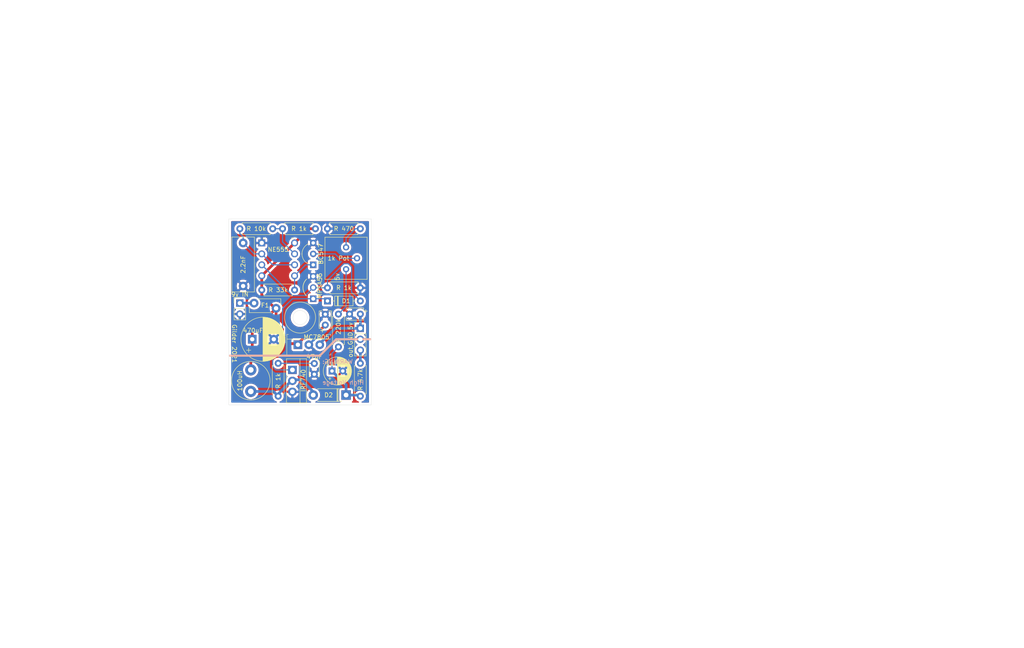
<source format=kicad_pcb>
(kicad_pcb (version 20171130) (host pcbnew "(5.1.0)-1")
  (layers (0 F.Cu signal) (31 B.Cu signal) (34 B.Paste user) (35 F.Paste user) (36 B.SilkS user) (37 F.SilkS user) (38 B.Mask user) (39 F.Mask user) (44 Edge.Cuts user))
  (net 0 "")
  (net 1 GND)
  (net 2 9v)
  (net 3 "Net-(C2-Pad1)")
  (net 4 "Net-(C3-Pad1)")
  (net 5 "Net-(C4-Pad1)")
  (net 6 "Net-(D1-Pad2)")
  (net 7 "Net-(D2-Pad2)")
  (net 8 "Net-(F1-Pad1)")
  (net 9 output)
  (net 10 "Net-(Q1-Pad1)")
  (net 11 "Net-(Q1-Pad2)")
  (net 12 "Net-(R2-Pad2)")
  (net 13 "Net-(R7-Pad1)")
  (net 14 "Net-(R8-Pad1)")
  (net 15 "Net-(D1-Pad1)")
  (net 16 5v)
  (module Package_TO_SOT_THT:TO-220-3_Vertical (layer F.Cu) (at 102.616 112.522 270)
    (fp_text reference IRF740 (at 2.4765 -2.54 270) (layer F.SilkS))
    (fp_text value IRF740)
    (pad 1 thru_hole rect (at 0 0 270) (size 1.905 2) (drill 1.1) (layers *.Cu *.Mask) (net 15 "Net-(D1-Pad1)"))
    (pad 2 thru_hole oval (at 2.54 0 270) (size 1.905 2) (drill 1.1) (layers *.Cu *.Mask) (net 7 "Net-(D2-Pad2)"))
    (pad 3 thru_hole oval (at 5.08 0 270) (size 1.905 2) (drill 1.1) (layers *.Cu *.Mask) (net 1 GND))
  )
  (module Capacitor_THT:CP_Radial_D10.0mm_P5.00mm (layer F.Cu) (at 93.298 105.41)
    (fp_text reference 470uF (at 0.174 -2.032) (layer F.SilkS))
    (fp_text value 470u)
    (pad 2 thru_hole circle (at 5 0) (size 2 2) (drill 1) (layers *.Cu *.Mask) (net 1 GND))
    (pad 1 thru_hole rect (at 0 0) (size 2 2) (drill 1) (layers *.Cu *.Mask) (net 2 9v))
  )
  (module Capacitor_THT:CP_Radial_D6.3mm_P2.50mm (layer F.Cu) (at 111.8 112.776)
    (fp_text reference 1uF (at -0.04 -1.778 180) (layer F.SilkS))
    (fp_text value 1u)
    (pad 2 thru_hole circle (at 2.5 0) (size 1.6 1.6) (drill 0.8) (layers *.Cu *.Mask) (net 1 GND))
    (pad 1 thru_hole rect (at 0 0) (size 1.6 1.6) (drill 0.8) (layers *.Cu *.Mask) (net 5 "Net-(C4-Pad1)"))
  )
  (module Inductor_THT:L_Radial_D8.7mm_P5.00mm_Fastron_07HCP (layer F.Cu) (at 92.964 112.522 270)
    (fp_text reference 100uH (at 2.54 2.54 270) (layer F.SilkS))
    (fp_text value 100u)
    (pad 2 thru_hole circle (at 5 0 270) (size 2.6 2.6) (drill 1.3) (layers *.Cu *.Mask) (net 7 "Net-(D2-Pad2)"))
    (pad 1 thru_hole circle (at 0 0 270) (size 2.6 2.6) (drill 1.3) (layers *.Cu *.Mask) (net 2 9v))
  )
  (module Resistor_THT:R_Axial_DIN0207_L6.3mm_D2.5mm_P7.62mm_Horizontal (layer F.Cu) (at 99.314 118.618 90)
    (fp_text reference "R 1k" (at 3.556 0 90) (layer F.SilkS))
    (fp_text value 1k)
    (pad 2 thru_hole oval (at 7.62 0 90) (size 1.6 1.6) (drill 0.8) (layers *.Cu *.Mask) (net 4 "Net-(C3-Pad1)"))
    (pad 1 thru_hole circle (at 0 0 90) (size 1.6 1.6) (drill 0.8) (layers *.Cu *.Mask) (net 7 "Net-(D2-Pad2)"))
  )
  (module Diode_THT:D_DO-41_SOD81_P7.62mm_Horizontal (layer F.Cu) (at 115.062 118.364 180)
    (fp_text reference D2 (at 4.064 0 180) (layer F.SilkS))
    (fp_text value D)
    (pad 2 thru_hole oval (at 7.62 0 180) (size 2.2 2.2) (drill 1.1) (layers *.Cu *.Mask) (net 7 "Net-(D2-Pad2)"))
    (pad 1 thru_hole rect (at 0 0 180) (size 2.2 2.2) (drill 1.1) (layers *.Cu *.Mask) (net 5 "Net-(C4-Pad1)"))
  )
  (module Resistor_THT:R_Axial_DIN0207_L6.3mm_D2.5mm_P7.62mm_Horizontal (layer F.Cu) (at 118.364 110.998 270)
    (fp_text reference "R 4.7k" (at 3.81 0 270) (layer F.SilkS))
    (fp_text value 4.7k)
    (pad 2 thru_hole oval (at 7.62 0 270) (size 1.6 1.6) (drill 0.8) (layers *.Cu *.Mask) (net 5 "Net-(C4-Pad1)"))
    (pad 1 thru_hole circle (at 0 0 270) (size 1.6 1.6) (drill 0.8) (layers *.Cu *.Mask) (net 9 output))
  )
  (module Resistor_THT:R_Axial_DIN0207_L6.3mm_D2.5mm_P7.62mm_Horizontal (layer F.Cu) (at 113.284 99.568 270)
    (fp_text reference "R 220k" (at 3.81 0 270) (layer F.SilkS))
    (fp_text value 220k)
    (pad 2 thru_hole oval (at 7.62 0 270) (size 1.6 1.6) (drill 0.8) (layers *.Cu *.Mask) (net 5 "Net-(C4-Pad1)"))
    (pad 1 thru_hole circle (at 0 0 270) (size 1.6 1.6) (drill 0.8) (layers *.Cu *.Mask) (net 13 "Net-(R7-Pad1)"))
  )
  (module Connector_PinHeader_2.54mm:PinHeader_1x03_P2.54mm_Vertical (layer F.Cu) (at 118.364 102.87)
    (fp_text reference out,GND, (at -2.286 3.556 270) (layer F.SilkS))
    (fp_text value HEADER_3)
    (pad 3 thru_hole oval (at 0 5.08) (size 1.7 1.7) (drill 1) (layers *.Cu *.Mask) (net 9 output))
    (pad 2 thru_hole oval (at 0 2.54) (size 1.7 1.7) (drill 1) (layers *.Cu *.Mask) (net 1 GND))
    (pad 1 thru_hole rect (at 0 0) (size 1.7 1.7) (drill 1) (layers *.Cu *.Mask) (net 16 5v))
  )
  (module Connector_PinHeader_2.54mm:PinHeader_1x02_P2.54mm_Vertical (layer F.Cu) (at 90.424 97.028)
    (fp_text reference "9v IN" (at 0 -2.032) (layer F.SilkS))
    (fp_text value Barrel_Jack)
    (pad 2 thru_hole oval (at 0 2.54) (size 1.7 1.7) (drill 1) (layers *.Cu *.Mask) (net 1 GND))
    (pad 1 thru_hole rect (at 0 0) (size 1.7 1.7) (drill 1) (layers *.Cu *.Mask) (net 8 "Net-(F1-Pad1)"))
  )
  (module Capacitor_THT:C_Disc_D3.4mm_W2.1mm_P2.50mm (layer F.Cu) (at 107.696 111.038 270)
    (fp_text reference 47pF (at -1.564 0) (layer F.SilkS))
    (fp_text value 47p)
    (pad 2 thru_hole circle (at 2.5 0 270) (size 1.6 1.6) (drill 0.8) (layers *.Cu *.Mask) (net 1 GND))
    (pad 1 thru_hole circle (at 0 0 270) (size 1.6 1.6) (drill 0.8) (layers *.Cu *.Mask) (net 4 "Net-(C3-Pad1)"))
  )
  (module digikey-footprints:TO-220-3 (layer F.Cu) (at 103.886 106.68)
    (fp_text reference MC7805 (at 4.318 -1.778) (layer F.SilkS))
    (fp_text value MC7805CT-BP)
    (pad 3 thru_hole circle (at 5.08 0) (size 2 2) (drill 1) (layers *.Cu *.Mask) (net 16 5v))
    (pad 2 thru_hole circle (at 2.54 0) (size 2 2) (drill 1) (layers *.Cu *.Mask) (net 1 GND))
    (pad 1 thru_hole rect (at 0 0) (size 2 2) (drill 1) (layers *.Cu *.Mask) (net 2 9v))
  )
  (module Capacitor_THT:C_Disc_D3.8mm_W2.6mm_P2.50mm (layer F.Cu) (at 118.364 99.568 180)
    (fp_text reference 5v (at 2.286 -2.794 270) (layer F.SilkS))
    (fp_text value 220nTANT)
    (pad 2 thru_hole circle (at 2.5 0 180) (size 1.6 1.6) (drill 0.8) (layers *.Cu *.Mask) (net 1 GND))
    (pad 1 thru_hole circle (at 0 0 180) (size 1.6 1.6) (drill 0.8) (layers *.Cu *.Mask) (net 16 5v))
  )
  (module Capacitor_THT:C_Disc_D3.8mm_W2.6mm_P2.50mm (layer F.Cu) (at 110.236 102.108 90)
    (fp_text reference + (at -1.27 -0.762 90) (layer F.SilkS))
    (fp_text value 220nTANT)
    (pad 2 thru_hole circle (at 2.5 0 90) (size 1.6 1.6) (drill 0.8) (layers *.Cu *.Mask) (net 1 GND))
    (pad 1 thru_hole circle (at 0 0 90) (size 1.6 1.6) (drill 0.8) (layers *.Cu *.Mask) (net 2 9v))
  )
  (module Diode_THT:D_DO-35_SOD27_P7.62mm_Horizontal (layer F.Cu) (at 110.744 96.52)
    (fp_text reference D1 (at 4.318 0) (layer F.SilkS))
    (fp_text value D_ALT)
    (fp_text user 5v (at 2.286 -5.588 90) (layer F.SilkS))
    (pad 2 thru_hole oval (at 7.62 0) (size 1.6 1.6) (drill 0.8) (layers *.Cu *.Mask) (net 6 "Net-(D1-Pad2)"))
    (pad 1 thru_hole rect (at 0 0) (size 1.6 1.6) (drill 0.8) (layers *.Cu *.Mask) (net 15 "Net-(D1-Pad1)"))
  )
  (module Package_TO_SOT_THT:TO-92_Inline_Wide (layer F.Cu) (at 107.442 88.138 90)
    (fp_text reference BC547 (at 2.54 1.778 90) (layer F.SilkS))
    (fp_text value BC547)
    (pad 1 thru_hole rect (at 0 0 180) (size 1.5 1.5) (drill 0.8) (layers *.Cu *.Mask) (net 10 "Net-(Q1-Pad1)"))
    (pad 3 thru_hole circle (at 5.08 0 180) (size 1.5 1.5) (drill 0.8) (layers *.Cu *.Mask) (net 1 GND))
    (pad 2 thru_hole circle (at 2.54 0 180) (size 1.5 1.5) (drill 0.8) (layers *.Cu *.Mask) (net 11 "Net-(Q1-Pad2)"))
  )
  (module digikey-footprints:DIP-8_W7.62mm (layer F.Cu) (at 95.504 83.058)
    (fp_text reference NE555 (at 3.81 1.524) (layer F.SilkS))
    (fp_text value NE555P)
    (pad 8 thru_hole circle (at 7.62 0) (size 1.6 1.6) (drill 1) (layers *.Cu *.Mask) (net 2 9v))
    (pad 7 thru_hole circle (at 7.62 2.54) (size 1.6 1.6) (drill 1) (layers *.Cu *.Mask) (net 12 "Net-(R2-Pad2)"))
    (pad 6 thru_hole circle (at 7.62 5.08) (size 1.6 1.6) (drill 1) (layers *.Cu *.Mask) (net 3 "Net-(C2-Pad1)"))
    (pad 5 thru_hole circle (at 7.62 7.62) (size 1.6 1.6) (drill 1) (layers *.Cu *.Mask) (net 10 "Net-(Q1-Pad1)"))
    (pad 4 thru_hole circle (at 0 7.62) (size 1.6 1.6) (drill 1) (layers *.Cu *.Mask) (net 2 9v))
    (pad 3 thru_hole circle (at 0 5.08) (size 1.6 1.6) (drill 1) (layers *.Cu *.Mask) (net 6 "Net-(D1-Pad2)"))
    (pad 2 thru_hole circle (at 0 2.54) (size 1.6 1.6) (drill 1) (layers *.Cu *.Mask) (net 3 "Net-(C2-Pad1)"))
    (pad 1 thru_hole rect (at 0 0) (size 1.6 1.6) (drill 1) (layers *.Cu *.Mask) (net 1 GND))
  )
  (module Potentiometer_THT:Potentiometer_Bourns_3386P_Vertical (layer F.Cu) (at 115.062 89.154)
    (fp_text reference "1k Pot" (at -1.778 -2.54) (layer F.SilkS))
    (fp_text value 1k)
    (pad 1 thru_hole circle (at 0 0) (size 1.44 1.44) (drill 0.8) (layers *.Cu *.Mask) (net 13 "Net-(R7-Pad1)"))
    (pad 2 thru_hole circle (at 2.54 -2.54) (size 1.44 1.44) (drill 0.8) (layers *.Cu *.Mask) (net 11 "Net-(Q1-Pad2)"))
    (pad 3 thru_hole circle (at 0 -5.08) (size 1.44 1.44) (drill 0.8) (layers *.Cu *.Mask) (net 14 "Net-(R8-Pad1)"))
  )
  (module Resistor_THT:R_Axial_DIN0207_L6.3mm_D2.5mm_P7.62mm_Horizontal (layer F.Cu) (at 118.364 79.756 180)
    (fp_text reference "R 470" (at 3.81 0 180) (layer F.SilkS))
    (fp_text value 470)
    (pad 2 thru_hole oval (at 7.62 0 180) (size 1.6 1.6) (drill 0.8) (layers *.Cu *.Mask) (net 1 GND))
    (pad 1 thru_hole circle (at 0 0 180) (size 1.6 1.6) (drill 0.8) (layers *.Cu *.Mask) (net 14 "Net-(R8-Pad1)"))
  )
  (module Resistor_THT:R_Axial_DIN0207_L6.3mm_D2.5mm_P7.62mm_Horizontal (layer F.Cu) (at 110.744 93.472)
    (fp_text reference "R 1k" (at 3.81 0) (layer F.SilkS))
    (fp_text value 1k)
    (pad 2 thru_hole oval (at 7.62 0) (size 1.6 1.6) (drill 0.8) (layers *.Cu *.Mask) (net 1 GND))
    (pad 1 thru_hole circle (at 0 0) (size 1.6 1.6) (drill 0.8) (layers *.Cu *.Mask) (net 6 "Net-(D1-Pad2)"))
  )
  (module Resistor_THT:R_Axial_DIN0207_L6.3mm_D2.5mm_P7.62mm_Horizontal (layer F.Cu) (at 100.33 79.756)
    (fp_text reference "R 1k" (at 3.81 0) (layer F.SilkS))
    (fp_text value 1k)
    (pad 2 thru_hole oval (at 7.62 0) (size 1.6 1.6) (drill 0.8) (layers *.Cu *.Mask) (net 2 9v))
    (pad 1 thru_hole circle (at 0 0) (size 1.6 1.6) (drill 0.8) (layers *.Cu *.Mask) (net 12 "Net-(R2-Pad2)"))
  )
  (module Resistor_THT:R_Axial_DIN0207_L6.3mm_D2.5mm_P7.62mm_Horizontal (layer F.Cu) (at 90.424 79.756)
    (fp_text reference "R 10k" (at 3.81 0) (layer F.SilkS))
    (fp_text value 10k)
    (pad 2 thru_hole oval (at 7.62 0) (size 1.6 1.6) (drill 0.8) (layers *.Cu *.Mask) (net 12 "Net-(R2-Pad2)"))
    (pad 1 thru_hole circle (at 0 0) (size 1.6 1.6) (drill 0.8) (layers *.Cu *.Mask) (net 3 "Net-(C2-Pad1)"))
  )
  (module Resistor_THT:R_Axial_DIN0207_L6.3mm_D2.5mm_P7.62mm_Horizontal (layer F.Cu) (at 95.504 93.98)
    (fp_text reference "R 33k" (at 3.81 0) (layer F.SilkS))
    (fp_text value 33k)
    (pad 2 thru_hole oval (at 7.62 0) (size 1.6 1.6) (drill 0.8) (layers *.Cu *.Mask) (net 10 "Net-(Q1-Pad1)"))
    (pad 1 thru_hole circle (at 0 0) (size 1.6 1.6) (drill 0.8) (layers *.Cu *.Mask) (net 2 9v))
  )
  (module digikey-footprints:TO-92-3_Formed_Leads (layer F.Cu) (at 107.442 96.012 90)
    (fp_text reference MPSA56 (at 3.048 1.524 90) (layer F.SilkS))
    (fp_text value MPSA56-AP)
    (pad 1 thru_hole rect (at 0 0 270) (size 1.5 1.5) (drill 0.9) (layers *.Cu *.Mask) (net 15 "Net-(D1-Pad1)"))
    (pad 3 thru_hole circle (at 5.2 0 270) (size 1.5 1.5) (drill 0.9) (layers *.Cu *.Mask) (net 1 GND))
    (pad 2 thru_hole circle (at 2.6 0 270) (size 1.5 1.5) (drill 0.9) (layers *.Cu *.Mask) (net 6 "Net-(D1-Pad2)"))
  )
  (module Fuse:Fuse_Bourns_MF-RG300 (layer F.Cu) (at 93.726 97.028)
    (fp_text reference F1 (at 2.54 0.508) (layer F.SilkS))
    (fp_text value Polyfuse)
    (pad 2 thru_hole circle (at 5.1 1.2) (size 2.01 2.01) (drill 1.01) (layers *.Cu *.Mask) (net 2 9v))
    (pad 1 thru_hole circle (at 0 0) (size 2.01 2.01) (drill 1.01) (layers *.Cu *.Mask) (net 8 "Net-(F1-Pad1)"))
  )
  (module Capacitor_THT:C_Disc_D12.5mm_W5.0mm_P10.00mm (layer F.Cu) (at 91.186 83.058 270)
    (fp_text reference 2.2nF (at 5 0 270) (layer F.SilkS))
    (fp_text value 2.2n)
    (pad 2 thru_hole circle (at 10 0 270) (size 2 2) (drill 1) (layers *.Cu *.Mask) (net 1 GND))
    (pad 1 thru_hole circle (at 0 0 270) (size 2 2) (drill 1) (layers *.Cu *.Mask) (net 3 "Net-(C2-Pad1)"))
  )
  (gr_text "Gilder 2021" (at 89.154 106.426 270) (layer F.SilkS) (effects (font (size 1 1))))
  (gr_text + (at 119.634 98.806) (layer F.SilkS) (effects (font (size 1 1) (thickness 0.127))))
  (gr_circle (center 104.394 100.374) (end 107.994 100.374) (layer F.SilkS) (width 0.12))
  (gr_circle (center 104.394 100.374) (end 106.044 100.374) (layer Edge.Cuts) (width 0.05))
  (gr_text v2 (at 89.154 118.872 270) (layer F.Cu) (effects (font (size 1.25 1.25) (thickness 0.2))))
  (gr_text "Nixie Pwr" (at 89.154 112.014 270) (layer F.Cu) (effects (font (size 1.25 1.25) (thickness 0.2))))
  (gr_text "WARNING:\n\n\nHigh Voltage" (at 109.474 113.03) (layer B.SilkS) (effects (font (size 1 1)) (justify right mirror)))
  (gr_line (start 108.966 109.22) (end 88.138 109.22) (layer B.SilkS) (width 0.5))
  (gr_line (start 112.776 105.41) (end 108.966 109.22) (layer B.SilkS) (width 0.5))
  (gr_line (start 120.904 77.47) (end 120.904 120.65) (layer Edge.Cuts) (width 0.05))
  (gr_line (start 87.884 120.65) (end 87.884 77.47) (layer Edge.Cuts) (width 0.05))
  (gr_line (start 120.904 120.65) (end 87.884 120.65) (layer Edge.Cuts) (width 0.05))
  (gr_line (start 120.65 105.41) (end 112.776 105.41) (layer B.SilkS) (width 0.5))
  (gr_line (start 87.884 77.47) (end 120.904 77.47) (layer Edge.Cuts) (width 0.05))
  (segment (start 106.426 79.756) (end 103.124 83.058) (width 0.635) (layer F.Cu) (net 2))
  (segment (start 107.95 79.756) (end 106.426 79.756) (width 0.635) (layer F.Cu) (net 2))
  (segment (start 103.124 83.058) (end 95.504 90.678) (width 0.635) (layer F.Cu) (net 2))
  (segment (start 95.504 90.678) (end 95.504 93.98) (width 0.635) (layer F.Cu) (net 2))
  (segment (start 92.964 110.683523) (end 92.964 112.522) (width 0.635) (layer F.Cu) (net 2))
  (segment (start 93.784394 109.863129) (end 92.964 110.683523) (width 0.635) (layer F.Cu) (net 2))
  (segment (start 93.784394 107.531394) (end 93.784394 109.863129) (width 0.635) (layer F.Cu) (net 2))
  (segment (start 93.298 107.045) (end 93.784394 107.531394) (width 0.635) (layer F.Cu) (net 2))
  (segment (start 93.298 105.41) (end 93.298 107.045) (width 0.635) (layer F.Cu) (net 2))
  (segment (start 99.324 98.726) (end 99.324 98.736) (width 0.635) (layer F.Cu) (net 2))
  (segment (start 98.826 98.228) (end 99.324 98.726) (width 0.635) (layer F.Cu) (net 2))
  (segment (start 93.298 103.775) (end 93.298 105.41) (width 0.635) (layer F.Cu) (net 2))
  (segment (start 98.826 98.247) (end 93.298 103.775) (width 0.635) (layer F.Cu) (net 2))
  (segment (start 98.826 98.228) (end 98.826 98.247) (width 0.635) (layer F.Cu) (net 2))
  (segment (start 98.572 98.228) (end 98.826 98.228) (width 0.635) (layer F.Cu) (net 2))
  (segment (start 95.504 93.98) (end 95.504 95.16) (width 0.635) (layer F.Cu) (net 2))
  (segment (start 95.504 95.16) (end 98.572 98.228) (width 0.635) (layer F.Cu) (net 2))
  (segment (start 105.41 104.902) (end 107.442 104.902) (width 0.635) (layer F.Cu) (net 2))
  (segment (start 98.826 101.62) (end 100.33 103.124) (width 0.635) (layer F.Cu) (net 2))
  (segment (start 107.442 104.902) (end 110.236 102.108) (width 0.635) (layer F.Cu) (net 2))
  (segment (start 98.826 98.228) (end 98.826 101.62) (width 0.635) (layer F.Cu) (net 2))
  (segment (start 100.33 103.124) (end 100.33 104.505) (width 0.635) (layer F.Cu) (net 2))
  (segment (start 100.33 104.505) (end 102.251 106.426) (width 0.635) (layer F.Cu) (net 2))
  (segment (start 102.251 106.426) (end 103.886 106.426) (width 0.635) (layer F.Cu) (net 2))
  (segment (start 103.886 106.426) (end 105.41 104.902) (width 0.635) (layer F.Cu) (net 2))
  (segment (start 90.424 80.88737) (end 91.07063 81.534) (width 0.254) (layer B.Cu) (net 3))
  (segment (start 90.424 79.756) (end 90.424 80.88737) (width 0.254) (layer B.Cu) (net 3))
  (segment (start 91.186 81.643787) (end 91.186 83.058) (width 0.254) (layer B.Cu) (net 3))
  (segment (start 91.076213 81.534) (end 91.186 81.643787) (width 0.254) (layer B.Cu) (net 3))
  (segment (start 91.07063 81.534) (end 91.076213 81.534) (width 0.254) (layer B.Cu) (net 3))
  (segment (start 93.726 85.598) (end 95.504 85.598) (width 0.254) (layer B.Cu) (net 3))
  (segment (start 91.186 83.058) (end 93.726 85.598) (width 0.254) (layer B.Cu) (net 3))
  (segment (start 98.044 88.138) (end 103.124 88.138) (width 0.254) (layer B.Cu) (net 3))
  (segment (start 95.504 85.598) (end 98.044 88.138) (width 0.254) (layer B.Cu) (net 3))
  (segment (start 107.656 110.998) (end 107.696 111.038) (width 0.254) (layer B.Cu) (net 4))
  (segment (start 99.314 110.998) (end 107.656 110.998) (width 0.254) (layer B.Cu) (net 4))
  (segment (start 118.11 118.364) (end 115.062 118.364) (width 0.635) (layer B.Cu) (net 5))
  (segment (start 118.364 118.618) (end 118.11 118.364) (width 0.635) (layer B.Cu) (net 5))
  (segment (start 111.8 110.784) (end 111.8 112.776) (width 0.254) (layer B.Cu) (net 5))
  (segment (start 113.284 107.188) (end 111.8 108.672) (width 0.254) (layer B.Cu) (net 5))
  (segment (start 111.8 108.672) (end 111.8 110.784) (width 0.254) (layer B.Cu) (net 5))
  (segment (start 115.062 116.038) (end 111.8 112.776) (width 0.635) (layer B.Cu) (net 5))
  (segment (start 115.062 118.364) (end 115.062 116.038) (width 0.635) (layer B.Cu) (net 5))
  (segment (start 107.502 93.472) (end 107.442 93.412) (width 0.254) (layer B.Cu) (net 6))
  (segment (start 110.744 93.472) (end 107.502 93.472) (width 0.254) (layer B.Cu) (net 6))
  (segment (start 96.303999 88.937999) (end 95.504 88.138) (width 0.254) (layer B.Cu) (net 6))
  (segment (start 102.616 95.25) (end 96.303999 88.937999) (width 0.254) (layer B.Cu) (net 6))
  (segment (start 107.442 93.412) (end 105.604 95.25) (width 0.254) (layer B.Cu) (net 6))
  (segment (start 105.604 95.25) (end 102.616 95.25) (width 0.254) (layer B.Cu) (net 6))
  (segment (start 110.744 92.34063) (end 110.744 93.472) (width 0.254) (layer B.Cu) (net 6))
  (segment (start 116.332 94.488) (end 116.332 88.646) (width 0.254) (layer B.Cu) (net 6))
  (segment (start 116.332 88.646) (end 115.57 87.884) (width 0.254) (layer B.Cu) (net 6))
  (segment (start 118.364 96.52) (end 116.332 94.488) (width 0.254) (layer B.Cu) (net 6))
  (segment (start 115.57 87.884) (end 114.554 87.884) (width 0.254) (layer B.Cu) (net 6))
  (segment (start 114.554 87.884) (end 110.744 91.694) (width 0.254) (layer B.Cu) (net 6))
  (segment (start 110.744 91.694) (end 110.744 92.34063) (width 0.254) (layer B.Cu) (net 6))
  (segment (start 98.218 117.522) (end 99.314 118.618) (width 0.635) (layer B.Cu) (net 7))
  (segment (start 92.964 117.522) (end 98.218 117.522) (width 0.635) (layer B.Cu) (net 7))
  (segment (start 107.442 117.602) (end 107.442 118.364) (width 0.635) (layer B.Cu) (net 7))
  (segment (start 104.648 114.808) (end 107.442 117.602) (width 0.635) (layer B.Cu) (net 7))
  (segment (start 102.616 114.808) (end 104.648 114.808) (width 0.635) (layer B.Cu) (net 7))
  (segment (start 99.314 118.618) (end 99.314 118.11) (width 0.635) (layer B.Cu) (net 7))
  (segment (start 99.314 118.11) (end 102.616 114.808) (width 0.635) (layer B.Cu) (net 7))
  (segment (start 90.424 97.028) (end 93.726 97.028) (width 0.635) (layer B.Cu) (net 8))
  (segment (start 118.364 110.998) (end 118.364 107.95) (width 0.635) (layer B.Cu) (net 9))
  (segment (start 103.124 93.98) (end 103.124 90.678) (width 0.254) (layer B.Cu) (net 10))
  (segment (start 105.664 88.138) (end 107.442 88.138) (width 0.254) (layer B.Cu) (net 10))
  (segment (start 103.124 90.678) (end 105.664 88.138) (width 0.254) (layer B.Cu) (net 10))
  (segment (start 113.538 86.614) (end 117.602 86.614) (width 0.254) (layer B.Cu) (net 11))
  (segment (start 107.442 85.598) (end 112.522 85.598) (width 0.254) (layer B.Cu) (net 11))
  (segment (start 112.522 85.598) (end 113.538 86.614) (width 0.254) (layer B.Cu) (net 11))
  (segment (start 98.044 79.756) (end 100.33 79.756) (width 0.254) (layer B.Cu) (net 12))
  (segment (start 100.33 82.804) (end 100.33 79.756) (width 0.254) (layer B.Cu) (net 12))
  (segment (start 103.124 85.598) (end 100.33 82.804) (width 0.254) (layer B.Cu) (net 12))
  (segment (start 115.062 97.79) (end 115.062 89.154) (width 0.254) (layer B.Cu) (net 13))
  (segment (start 113.284 99.568) (end 115.062 97.79) (width 0.254) (layer B.Cu) (net 13))
  (segment (start 115.062 83.055767) (end 115.062 84.074) (width 0.254) (layer B.Cu) (net 14))
  (segment (start 115.062 81.92663) (end 115.062 83.055767) (width 0.254) (layer B.Cu) (net 14))
  (segment (start 117.23263 79.756) (end 115.062 81.92663) (width 0.254) (layer B.Cu) (net 14))
  (segment (start 118.364 79.756) (end 117.23263 79.756) (width 0.254) (layer B.Cu) (net 14))
  (segment (start 110.236 96.012) (end 110.744 96.52) (width 0.254) (layer B.Cu) (net 15))
  (segment (start 107.442 96.012) (end 110.236 96.012) (width 0.254) (layer B.Cu) (net 15))
  (segment (start 102.616 96.012) (end 107.442 96.012) (width 0.254) (layer B.Cu) (net 15))
  (segment (start 100.33 98.298) (end 102.616 96.012) (width 0.254) (layer B.Cu) (net 15))
  (segment (start 102.362 112.522) (end 98.806 112.522) (width 0.254) (layer B.Cu) (net 15))
  (segment (start 102.616 112.268) (end 102.362 112.522) (width 0.254) (layer B.Cu) (net 15))
  (segment (start 98.806 112.522) (end 98.044 111.76) (width 0.254) (layer B.Cu) (net 15))
  (segment (start 98.044 111.76) (end 98.044 109.982) (width 0.254) (layer B.Cu) (net 15))
  (segment (start 98.044 109.982) (end 100.33 107.696) (width 0.254) (layer B.Cu) (net 15))
  (segment (start 100.33 107.696) (end 100.33 98.298) (width 0.254) (layer B.Cu) (net 15))
  (segment (start 112.522 102.87) (end 108.966 106.426) (width 0.635) (layer B.Cu) (net 16))
  (segment (start 118.364 102.87) (end 112.522 102.87) (width 0.635) (layer B.Cu) (net 16))
  (segment (start 118.364 99.568) (end 118.364 102.87) (width 0.635) (layer B.Cu) (net 16))
  (zone (net 1) (net_name GND) (layer B.Cu) (connect_pads (clearance 0.508)) (min_thickness 0.254) (fill yes (arc_segments 32) (thermal_gap 0.508) (thermal_bridge_width 0.508))
    (polygon (pts (xy 272.288 26.67) (xy 40.386 28.702) (xy 45.466 163.83) (xy 268.478 155.956)))
  )
  (zone (net 1) (net_name GND) (layer F.Cu) (connect_pads (clearance 0.508)) (min_thickness 0.254) (fill yes (arc_segments 32) (thermal_gap 0.508) (thermal_bridge_width 0.508))
    (polygon (pts (xy 53.086 39.624) (xy 266.192 32.512) (xy 260.35 171.704) (xy 34.798 177.038)))
  )
)
</source>
